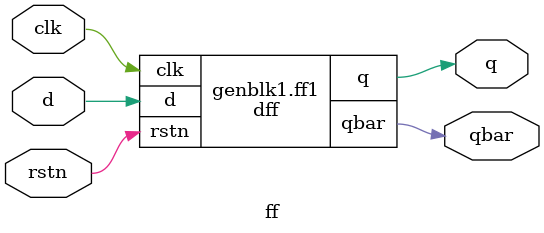
<source format=v>
module tff(t, rstn, clk, q, qbar);
    input t, rstn, clk;
    output reg q, qbar;

    always @(posedge clk or negedge rstn) begin
        if(~rstn) begin
            q <= 0;
            qbar <= 1;
        end
        else if(t) begin
            q <= qbar;
            qbar <= q;
        end
    end
endmodule

module dff(d, rstn, clk, q, qbar);
    input d, rstn, clk;
    output reg q, qbar;

    always @(posedge clk or negedge rstn) begin
        if(~rstn) begin
            q <= 0;
            qbar <= 1;
        end
        else begin
            q <= d;
            qbar <= ~d;
        end
    end
endmodule

module ff(d, rstn, clk, q, qbar);
    parameter FF_TYPE = "DFF";
    input d, rstn, clk;
    output q, qbar;

    generate
        if(FF_TYPE == "DFF")
            dff ff1(d, rstn, clk, q, qbar);
        else if(FF_TYPE == "TFF")
            tff ff2(d, rstn, clk, q, qbar);
    endgenerate
endmodule


</source>
